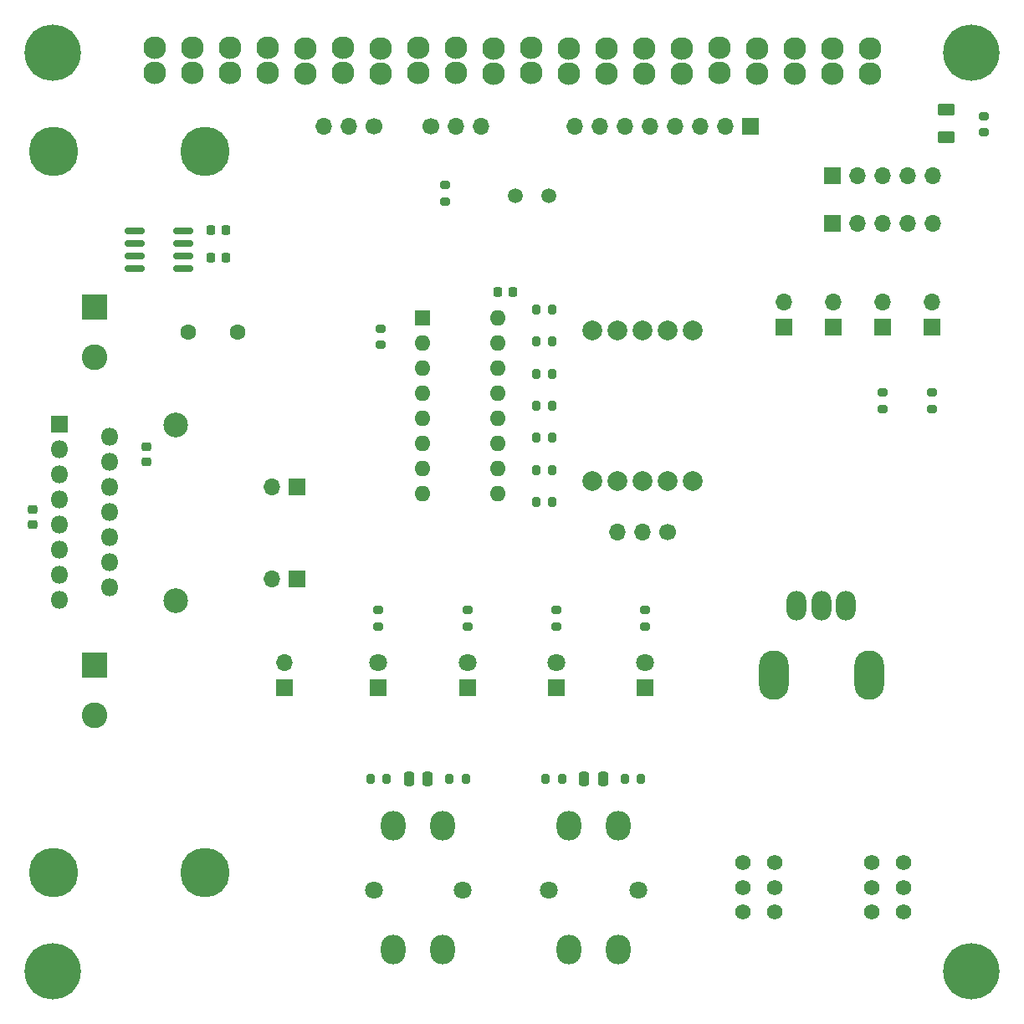
<source format=gbr>
%TF.GenerationSoftware,KiCad,Pcbnew,(6.0.10)*%
%TF.CreationDate,2023-01-19T10:13:04+01:00*%
%TF.ProjectId,myDAQExpansionBoard,6d794441-5145-4787-9061-6e73696f6e42,rev?*%
%TF.SameCoordinates,Original*%
%TF.FileFunction,Soldermask,Top*%
%TF.FilePolarity,Negative*%
%FSLAX46Y46*%
G04 Gerber Fmt 4.6, Leading zero omitted, Abs format (unit mm)*
G04 Created by KiCad (PCBNEW (6.0.10)) date 2023-01-19 10:13:04*
%MOMM*%
%LPD*%
G01*
G04 APERTURE LIST*
G04 Aperture macros list*
%AMRoundRect*
0 Rectangle with rounded corners*
0 $1 Rounding radius*
0 $2 $3 $4 $5 $6 $7 $8 $9 X,Y pos of 4 corners*
0 Add a 4 corners polygon primitive as box body*
4,1,4,$2,$3,$4,$5,$6,$7,$8,$9,$2,$3,0*
0 Add four circle primitives for the rounded corners*
1,1,$1+$1,$2,$3*
1,1,$1+$1,$4,$5*
1,1,$1+$1,$6,$7*
1,1,$1+$1,$8,$9*
0 Add four rect primitives between the rounded corners*
20,1,$1+$1,$2,$3,$4,$5,0*
20,1,$1+$1,$4,$5,$6,$7,0*
20,1,$1+$1,$6,$7,$8,$9,0*
20,1,$1+$1,$8,$9,$2,$3,0*%
G04 Aperture macros list end*
%ADD10R,1.800000X1.800000*%
%ADD11C,1.800000*%
%ADD12RoundRect,0.200000X-0.275000X0.200000X-0.275000X-0.200000X0.275000X-0.200000X0.275000X0.200000X0*%
%ADD13RoundRect,0.200000X-0.200000X-0.275000X0.200000X-0.275000X0.200000X0.275000X-0.200000X0.275000X0*%
%ADD14C,1.600000*%
%ADD15C,5.700000*%
%ADD16R,1.700000X1.700000*%
%ADD17O,1.700000X1.700000*%
%ADD18RoundRect,0.250000X-0.250000X-0.475000X0.250000X-0.475000X0.250000X0.475000X-0.250000X0.475000X0*%
%ADD19RoundRect,0.225000X-0.225000X-0.250000X0.225000X-0.250000X0.225000X0.250000X-0.225000X0.250000X0*%
%ADD20RoundRect,0.200000X0.275000X-0.200000X0.275000X0.200000X-0.275000X0.200000X-0.275000X-0.200000X0*%
%ADD21RoundRect,0.225000X0.250000X-0.225000X0.250000X0.225000X-0.250000X0.225000X-0.250000X-0.225000X0*%
%ADD22C,2.000000*%
%ADD23C,1.700000*%
%ADD24O,3.000000X5.000000*%
%ADD25O,2.000000X3.000000*%
%ADD26C,2.300000*%
%ADD27O,1.800000X1.800000*%
%ADD28C,2.500000*%
%ADD29R,1.600000X1.600000*%
%ADD30O,1.600000X1.600000*%
%ADD31R,2.600000X2.600000*%
%ADD32C,2.600000*%
%ADD33C,5.000000*%
%ADD34C,1.500000*%
%ADD35O,2.500000X3.000000*%
%ADD36C,1.562000*%
%ADD37RoundRect,0.250000X-0.625000X0.375000X-0.625000X-0.375000X0.625000X-0.375000X0.625000X0.375000X0*%
%ADD38RoundRect,0.150000X-0.825000X-0.150000X0.825000X-0.150000X0.825000X0.150000X-0.825000X0.150000X0*%
G04 APERTURE END LIST*
D10*
%TO.C,D2*%
X114737500Y-101512500D03*
D11*
X114737500Y-98972500D03*
%TD*%
D12*
%TO.C,R20*%
X167000000Y-43675000D03*
X167000000Y-45325000D03*
%TD*%
D13*
%TO.C,R3*%
X104925000Y-110800000D03*
X106575000Y-110800000D03*
%TD*%
D14*
%TO.C,C5*%
X86500000Y-65545000D03*
X91500000Y-65545000D03*
%TD*%
D12*
%TO.C,R18*%
X112500000Y-50675000D03*
X112500000Y-52325000D03*
%TD*%
D13*
%TO.C,R8*%
X121675000Y-69750000D03*
X123325000Y-69750000D03*
%TD*%
%TO.C,R11*%
X121675000Y-76250000D03*
X123325000Y-76250000D03*
%TD*%
D15*
%TO.C,H1*%
X72750000Y-37250000D03*
%TD*%
D16*
%TO.C,JP10*%
X97525000Y-90500000D03*
D17*
X94985000Y-90500000D03*
%TD*%
D13*
%TO.C,R10*%
X121675000Y-73000000D03*
X123325000Y-73000000D03*
%TD*%
D18*
%TO.C,CD1*%
X108800000Y-110800000D03*
X110700000Y-110800000D03*
%TD*%
D19*
%TO.C,C3*%
X88750000Y-55250000D03*
X90300000Y-55250000D03*
%TD*%
D20*
%TO.C,R2*%
X156750000Y-73325000D03*
X156750000Y-71675000D03*
%TD*%
D12*
%TO.C,R6*%
X161750000Y-71675000D03*
X161750000Y-73325000D03*
%TD*%
D21*
%TO.C,C2*%
X70750000Y-85025000D03*
X70750000Y-83475000D03*
%TD*%
D22*
%TO.C,U2*%
X127380000Y-80620000D03*
X129920000Y-80620000D03*
X132460000Y-80620000D03*
X135000000Y-80620000D03*
X137540000Y-80620000D03*
X137540000Y-65380000D03*
X135000000Y-65380000D03*
X132460000Y-65380000D03*
X129920000Y-65380000D03*
X127380000Y-65380000D03*
%TD*%
D15*
%TO.C,H4*%
X72750000Y-130250000D03*
%TD*%
D12*
%TO.C,R12*%
X105960000Y-65175000D03*
X105960000Y-66825000D03*
%TD*%
D23*
%TO.C,JP8*%
X111000000Y-44750000D03*
D17*
X113540000Y-44750000D03*
X116080000Y-44750000D03*
%TD*%
D24*
%TO.C,RV1*%
X155360500Y-100237500D03*
X145760500Y-100237500D03*
D25*
X153060500Y-93237500D03*
X150560500Y-93237500D03*
X148060500Y-93237500D03*
%TD*%
D16*
%TO.C,JP5*%
X96250000Y-101525000D03*
D17*
X96250000Y-98985000D03*
%TD*%
D16*
%TO.C,JP4*%
X161750000Y-65000000D03*
D17*
X161750000Y-62460000D03*
%TD*%
D16*
%TO.C,JP9*%
X97525000Y-81205000D03*
D17*
X94985000Y-81205000D03*
%TD*%
D16*
%TO.C,J3*%
X143375000Y-44750000D03*
D17*
X140835000Y-44750000D03*
X138295000Y-44750000D03*
X135755000Y-44750000D03*
X133215000Y-44750000D03*
X130675000Y-44750000D03*
X128135000Y-44750000D03*
X125595000Y-44750000D03*
%TD*%
D16*
%TO.C,J2*%
X151675000Y-54500000D03*
D17*
X154215000Y-54500000D03*
X156755000Y-54500000D03*
X159295000Y-54500000D03*
X161835000Y-54500000D03*
%TD*%
D21*
%TO.C,C4*%
X82250000Y-78675000D03*
X82250000Y-77125000D03*
%TD*%
D12*
%TO.C,R7*%
X123737500Y-93662500D03*
X123737500Y-95312500D03*
%TD*%
D26*
%TO.C,J4*%
X83055000Y-36800000D03*
X83055000Y-39340000D03*
X86865000Y-36760000D03*
X86865000Y-39300000D03*
X90675000Y-39340000D03*
X90675000Y-36800000D03*
X94485000Y-36760000D03*
X94485000Y-39300000D03*
X98295000Y-36840000D03*
X98295000Y-39380000D03*
X102105000Y-36800000D03*
X102105000Y-39340000D03*
X105915000Y-39380000D03*
X105915000Y-36840000D03*
X109725000Y-36800000D03*
X109725000Y-39340000D03*
X113535000Y-36800000D03*
X113535000Y-39340000D03*
X117345000Y-36840000D03*
X117345000Y-39380000D03*
X121155000Y-36800000D03*
X121155000Y-39340000D03*
X124965000Y-39420000D03*
X124965000Y-36880000D03*
X128775000Y-36840000D03*
X128775000Y-39380000D03*
X132585000Y-39420000D03*
X132585000Y-36880000D03*
X136395000Y-39380000D03*
X136395000Y-36840000D03*
X140205000Y-39340000D03*
X140205000Y-36800000D03*
X144015000Y-36880000D03*
X144015000Y-39420000D03*
X147825000Y-39380000D03*
X147825000Y-36840000D03*
X151635000Y-36880000D03*
X151635000Y-39420000D03*
X155445000Y-39380000D03*
X155445000Y-36840000D03*
%TD*%
D10*
%TO.C,U4*%
X73440000Y-74855000D03*
D27*
X78520000Y-76125000D03*
X73440000Y-77395000D03*
X78520000Y-78665000D03*
X73440000Y-79935000D03*
X78520000Y-81205000D03*
X73440000Y-82475000D03*
X78520000Y-83745000D03*
D28*
X85190000Y-92755000D03*
X85190000Y-74955000D03*
D27*
X73440000Y-85015000D03*
X78520000Y-86285000D03*
X73440000Y-87555000D03*
X78520000Y-88825000D03*
X73440000Y-90095000D03*
X78520000Y-91365000D03*
X73440000Y-92635000D03*
%TD*%
D23*
%TO.C,JP7*%
X105275000Y-44750000D03*
D17*
X102735000Y-44750000D03*
X100195000Y-44750000D03*
%TD*%
D12*
%TO.C,R5*%
X114737500Y-93662500D03*
X114737500Y-95312500D03*
%TD*%
D10*
%TO.C,D3*%
X123737500Y-101512500D03*
D11*
X123737500Y-98972500D03*
%TD*%
D29*
%TO.C,U1*%
X110160000Y-64125000D03*
D30*
X110160000Y-66665000D03*
X110160000Y-69205000D03*
X110160000Y-71745000D03*
X110160000Y-74285000D03*
X110160000Y-76825000D03*
X110160000Y-79365000D03*
X110160000Y-81905000D03*
X117780000Y-81905000D03*
X117780000Y-79365000D03*
X117780000Y-76825000D03*
X117780000Y-74285000D03*
X117780000Y-71745000D03*
X117780000Y-69205000D03*
X117780000Y-66665000D03*
X117780000Y-64125000D03*
%TD*%
D31*
%TO.C,J6*%
X77000000Y-99250000D03*
D32*
X77000000Y-104330000D03*
%TD*%
D19*
%TO.C,C6*%
X88750000Y-58000000D03*
X90300000Y-58000000D03*
%TD*%
D12*
%TO.C,R9*%
X132737500Y-93662500D03*
X132737500Y-95312500D03*
%TD*%
D18*
%TO.C,CD2*%
X126550000Y-110800000D03*
X128450000Y-110800000D03*
%TD*%
D12*
%TO.C,R1*%
X105737500Y-93662500D03*
X105737500Y-95312500D03*
%TD*%
D16*
%TO.C,JP1*%
X156750000Y-65025000D03*
D17*
X156750000Y-62485000D03*
%TD*%
D33*
%TO.C,J8*%
X72850000Y-120250000D03*
X88150000Y-120250000D03*
%TD*%
D34*
%TO.C,R17*%
X119550000Y-51750000D03*
X122950000Y-51750000D03*
%TD*%
D11*
%TO.C,SW4*%
X123000000Y-122000000D03*
X132000000Y-122000000D03*
D35*
X130000000Y-115500000D03*
X130000000Y-128000000D03*
X125000000Y-128000000D03*
X125000000Y-115500000D03*
%TD*%
D10*
%TO.C,D1*%
X105737500Y-101512500D03*
D11*
X105737500Y-98972500D03*
%TD*%
D13*
%TO.C,R15*%
X121675000Y-63250000D03*
X123325000Y-63250000D03*
%TD*%
D23*
%TO.C,JP6*%
X135010000Y-85750000D03*
D17*
X132470000Y-85750000D03*
X129930000Y-85750000D03*
%TD*%
D13*
%TO.C,R13*%
X121675000Y-79500000D03*
X123325000Y-79500000D03*
%TD*%
D15*
%TO.C,H3*%
X165750000Y-130250000D03*
%TD*%
D36*
%TO.C,SW1*%
X145850000Y-119250000D03*
X142650000Y-119250000D03*
X145850000Y-121750000D03*
X142650000Y-121750000D03*
X142650000Y-124250000D03*
X145850000Y-124250000D03*
%TD*%
D33*
%TO.C,J7*%
X88150000Y-47250000D03*
X72850000Y-47250000D03*
%TD*%
D36*
%TO.C,SW2*%
X158850000Y-119250000D03*
X155650000Y-119250000D03*
X158850000Y-121750000D03*
X155650000Y-121750000D03*
X155650000Y-124250000D03*
X158850000Y-124250000D03*
%TD*%
D13*
%TO.C,R19*%
X112925000Y-110800000D03*
X114575000Y-110800000D03*
%TD*%
D16*
%TO.C,JP2*%
X146750000Y-65025000D03*
D17*
X146750000Y-62485000D03*
%TD*%
D37*
%TO.C,D14*%
X163150000Y-43050000D03*
X163150000Y-45850000D03*
%TD*%
D16*
%TO.C,JP3*%
X151750000Y-65025000D03*
D17*
X151750000Y-62485000D03*
%TD*%
D11*
%TO.C,SW3*%
X105250000Y-122000000D03*
X114250000Y-122000000D03*
D35*
X112250000Y-128000000D03*
X112250000Y-115500000D03*
X107250000Y-128000000D03*
X107250000Y-115500000D03*
%TD*%
D13*
%TO.C,R4*%
X122675000Y-110800000D03*
X124325000Y-110800000D03*
%TD*%
D10*
%TO.C,D4*%
X132737500Y-101512500D03*
D11*
X132737500Y-98972500D03*
%TD*%
D31*
%TO.C,J5*%
X77000000Y-63000000D03*
D32*
X77000000Y-68080000D03*
%TD*%
D19*
%TO.C,C1*%
X117780000Y-61500000D03*
X119330000Y-61500000D03*
%TD*%
D16*
%TO.C,J1*%
X151675000Y-49750000D03*
D17*
X154215000Y-49750000D03*
X156755000Y-49750000D03*
X159295000Y-49750000D03*
X161835000Y-49750000D03*
%TD*%
D15*
%TO.C,H2*%
X165750000Y-37250000D03*
%TD*%
D13*
%TO.C,R21*%
X130675000Y-110800000D03*
X132325000Y-110800000D03*
%TD*%
D38*
%TO.C,U3*%
X81050000Y-55345000D03*
X81050000Y-56615000D03*
X81050000Y-57885000D03*
X81050000Y-59155000D03*
X86000000Y-59155000D03*
X86000000Y-57885000D03*
X86000000Y-56615000D03*
X86000000Y-55345000D03*
%TD*%
D13*
%TO.C,R16*%
X121675000Y-66500000D03*
X123325000Y-66500000D03*
%TD*%
%TO.C,R14*%
X121675000Y-82750000D03*
X123325000Y-82750000D03*
%TD*%
M02*

</source>
